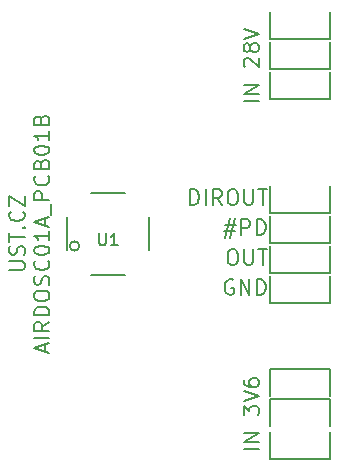
<source format=gbr>
G04 #@! TF.GenerationSoftware,KiCad,Pcbnew,(5.99.0-6591-gee6c8b60ac)*
G04 #@! TF.CreationDate,2021-02-11T11:37:18+01:00*
G04 #@! TF.ProjectId,AIRDOSC01A_PCB01B,41495244-4f53-4433-9031-415f50434230,rev?*
G04 #@! TF.SameCoordinates,Original*
G04 #@! TF.FileFunction,Legend,Top*
G04 #@! TF.FilePolarity,Positive*
%FSLAX46Y46*%
G04 Gerber Fmt 4.6, Leading zero omitted, Abs format (unit mm)*
G04 Created by KiCad (PCBNEW (5.99.0-6591-gee6c8b60ac)) date 2021-02-11 11:37:18*
%MOMM*%
%LPD*%
G01*
G04 APERTURE LIST*
%ADD10C,0.200000*%
%ADD11C,0.150000*%
G04 APERTURE END LIST*
D10*
X20220619Y21106571D02*
X21149190Y21106571D01*
X20592047Y21663714D02*
X20220619Y19992285D01*
X21025380Y20549428D02*
X20096809Y20549428D01*
X20653952Y19992285D02*
X21025380Y21663714D01*
X21582523Y20239904D02*
X21582523Y21539904D01*
X22077761Y21539904D01*
X22201571Y21478000D01*
X22263476Y21416095D01*
X22325380Y21292285D01*
X22325380Y21106571D01*
X22263476Y20982761D01*
X22201571Y20920857D01*
X22077761Y20858952D01*
X21582523Y20858952D01*
X22882523Y20239904D02*
X22882523Y21539904D01*
X23192047Y21539904D01*
X23377761Y21478000D01*
X23501571Y21354190D01*
X23563476Y21230380D01*
X23625380Y20982761D01*
X23625380Y20797047D01*
X23563476Y20549428D01*
X23501571Y20425619D01*
X23377761Y20301809D01*
X23192047Y20239904D01*
X22882523Y20239904D01*
X20715857Y18999904D02*
X20963476Y18999904D01*
X21087285Y18938000D01*
X21211095Y18814190D01*
X21273000Y18566571D01*
X21273000Y18133238D01*
X21211095Y17885619D01*
X21087285Y17761809D01*
X20963476Y17699904D01*
X20715857Y17699904D01*
X20592047Y17761809D01*
X20468238Y17885619D01*
X20406333Y18133238D01*
X20406333Y18566571D01*
X20468238Y18814190D01*
X20592047Y18938000D01*
X20715857Y18999904D01*
X21830142Y18999904D02*
X21830142Y17947523D01*
X21892047Y17823714D01*
X21953952Y17761809D01*
X22077761Y17699904D01*
X22325380Y17699904D01*
X22449190Y17761809D01*
X22511095Y17823714D01*
X22573000Y17947523D01*
X22573000Y18999904D01*
X23006333Y18999904D02*
X23749190Y18999904D01*
X23377761Y17699904D02*
X23377761Y18999904D01*
X20901571Y16398000D02*
X20777761Y16459904D01*
X20592047Y16459904D01*
X20406333Y16398000D01*
X20282523Y16274190D01*
X20220619Y16150380D01*
X20158714Y15902761D01*
X20158714Y15717047D01*
X20220619Y15469428D01*
X20282523Y15345619D01*
X20406333Y15221809D01*
X20592047Y15159904D01*
X20715857Y15159904D01*
X20901571Y15221809D01*
X20963476Y15283714D01*
X20963476Y15717047D01*
X20715857Y15717047D01*
X21520619Y15159904D02*
X21520619Y16459904D01*
X22263476Y15159904D01*
X22263476Y16459904D01*
X22882523Y15159904D02*
X22882523Y16459904D01*
X23192047Y16459904D01*
X23377761Y16398000D01*
X23501571Y16274190D01*
X23563476Y16150380D01*
X23625380Y15902761D01*
X23625380Y15717047D01*
X23563476Y15469428D01*
X23501571Y15345619D01*
X23377761Y15221809D01*
X23192047Y15159904D01*
X22882523Y15159904D01*
X23067095Y31572571D02*
X21767095Y31572571D01*
X23067095Y32191619D02*
X21767095Y32191619D01*
X23067095Y32934476D01*
X21767095Y32934476D01*
X21890904Y34482095D02*
X21829000Y34544000D01*
X21767095Y34667809D01*
X21767095Y34977333D01*
X21829000Y35101142D01*
X21890904Y35163047D01*
X22014714Y35224952D01*
X22138523Y35224952D01*
X22324238Y35163047D01*
X23067095Y34420190D01*
X23067095Y35224952D01*
X22324238Y35967809D02*
X22262333Y35844000D01*
X22200428Y35782095D01*
X22076619Y35720190D01*
X22014714Y35720190D01*
X21890904Y35782095D01*
X21829000Y35844000D01*
X21767095Y35967809D01*
X21767095Y36215428D01*
X21829000Y36339238D01*
X21890904Y36401142D01*
X22014714Y36463047D01*
X22076619Y36463047D01*
X22200428Y36401142D01*
X22262333Y36339238D01*
X22324238Y36215428D01*
X22324238Y35967809D01*
X22386142Y35844000D01*
X22448047Y35782095D01*
X22571857Y35720190D01*
X22819476Y35720190D01*
X22943285Y35782095D01*
X23005190Y35844000D01*
X23067095Y35967809D01*
X23067095Y36215428D01*
X23005190Y36339238D01*
X22943285Y36401142D01*
X22819476Y36463047D01*
X22571857Y36463047D01*
X22448047Y36401142D01*
X22386142Y36339238D01*
X22324238Y36215428D01*
X21767095Y36834476D02*
X23067095Y37267809D01*
X21767095Y37701142D01*
X23067095Y2108571D02*
X21767095Y2108571D01*
X23067095Y2727619D02*
X21767095Y2727619D01*
X23067095Y3470476D01*
X21767095Y3470476D01*
X21767095Y4956190D02*
X21767095Y5760952D01*
X22262333Y5327619D01*
X22262333Y5513333D01*
X22324238Y5637142D01*
X22386142Y5699047D01*
X22509952Y5760952D01*
X22819476Y5760952D01*
X22943285Y5699047D01*
X23005190Y5637142D01*
X23067095Y5513333D01*
X23067095Y5141904D01*
X23005190Y5018095D01*
X22943285Y4956190D01*
X21767095Y6132380D02*
X23067095Y6565714D01*
X21767095Y6999047D01*
X21767095Y7989523D02*
X21767095Y7741904D01*
X21829000Y7618095D01*
X21890904Y7556190D01*
X22076619Y7432380D01*
X22324238Y7370476D01*
X22819476Y7370476D01*
X22943285Y7432380D01*
X23005190Y7494285D01*
X23067095Y7618095D01*
X23067095Y7865714D01*
X23005190Y7989523D01*
X22943285Y8051428D01*
X22819476Y8113333D01*
X22509952Y8113333D01*
X22386142Y8051428D01*
X22324238Y7989523D01*
X22262333Y7865714D01*
X22262333Y7618095D01*
X22324238Y7494285D01*
X22386142Y7432380D01*
X22509952Y7370476D01*
X1924595Y17255714D02*
X2976976Y17255714D01*
X3100785Y17317619D01*
X3162690Y17379523D01*
X3224595Y17503333D01*
X3224595Y17750952D01*
X3162690Y17874761D01*
X3100785Y17936666D01*
X2976976Y17998571D01*
X1924595Y17998571D01*
X3162690Y18555714D02*
X3224595Y18741428D01*
X3224595Y19050952D01*
X3162690Y19174761D01*
X3100785Y19236666D01*
X2976976Y19298571D01*
X2853166Y19298571D01*
X2729357Y19236666D01*
X2667452Y19174761D01*
X2605547Y19050952D01*
X2543642Y18803333D01*
X2481738Y18679523D01*
X2419833Y18617619D01*
X2296023Y18555714D01*
X2172214Y18555714D01*
X2048404Y18617619D01*
X1986500Y18679523D01*
X1924595Y18803333D01*
X1924595Y19112857D01*
X1986500Y19298571D01*
X1924595Y19670000D02*
X1924595Y20412857D01*
X3224595Y20041428D02*
X1924595Y20041428D01*
X3100785Y20846190D02*
X3162690Y20908095D01*
X3224595Y20846190D01*
X3162690Y20784285D01*
X3100785Y20846190D01*
X3224595Y20846190D01*
X3100785Y22208095D02*
X3162690Y22146190D01*
X3224595Y21960476D01*
X3224595Y21836666D01*
X3162690Y21650952D01*
X3038880Y21527142D01*
X2915071Y21465238D01*
X2667452Y21403333D01*
X2481738Y21403333D01*
X2234119Y21465238D01*
X2110309Y21527142D01*
X1986500Y21650952D01*
X1924595Y21836666D01*
X1924595Y21960476D01*
X1986500Y22146190D01*
X2048404Y22208095D01*
X1924595Y22641428D02*
X1924595Y23508095D01*
X3224595Y22641428D01*
X3224595Y23508095D01*
X4946166Y10322380D02*
X4946166Y10941428D01*
X5317595Y10198571D02*
X4017595Y10631904D01*
X5317595Y11065238D01*
X5317595Y11498571D02*
X4017595Y11498571D01*
X5317595Y12860476D02*
X4698547Y12427142D01*
X5317595Y12117619D02*
X4017595Y12117619D01*
X4017595Y12612857D01*
X4079499Y12736666D01*
X4141404Y12798571D01*
X4265214Y12860476D01*
X4450928Y12860476D01*
X4574738Y12798571D01*
X4636642Y12736666D01*
X4698547Y12612857D01*
X4698547Y12117619D01*
X5317595Y13417619D02*
X4017595Y13417619D01*
X4017595Y13727142D01*
X4079499Y13912857D01*
X4203309Y14036666D01*
X4327119Y14098571D01*
X4574738Y14160476D01*
X4760452Y14160476D01*
X5008071Y14098571D01*
X5131880Y14036666D01*
X5255690Y13912857D01*
X5317595Y13727142D01*
X5317595Y13417619D01*
X4017595Y14965238D02*
X4017595Y15212857D01*
X4079499Y15336666D01*
X4203309Y15460476D01*
X4450928Y15522380D01*
X4884261Y15522380D01*
X5131880Y15460476D01*
X5255690Y15336666D01*
X5317595Y15212857D01*
X5317595Y14965238D01*
X5255690Y14841428D01*
X5131880Y14717619D01*
X4884261Y14655714D01*
X4450928Y14655714D01*
X4203309Y14717619D01*
X4079499Y14841428D01*
X4017595Y14965238D01*
X5255690Y16017619D02*
X5317595Y16203333D01*
X5317595Y16512857D01*
X5255690Y16636666D01*
X5193785Y16698571D01*
X5069976Y16760476D01*
X4946166Y16760476D01*
X4822357Y16698571D01*
X4760452Y16636666D01*
X4698547Y16512857D01*
X4636642Y16265238D01*
X4574738Y16141428D01*
X4512833Y16079523D01*
X4389023Y16017619D01*
X4265214Y16017619D01*
X4141404Y16079523D01*
X4079500Y16141428D01*
X4017595Y16265238D01*
X4017595Y16574761D01*
X4079500Y16760476D01*
X5193785Y18060476D02*
X5255690Y17998571D01*
X5317595Y17812857D01*
X5317595Y17689047D01*
X5255690Y17503333D01*
X5131880Y17379523D01*
X5008071Y17317619D01*
X4760452Y17255714D01*
X4574738Y17255714D01*
X4327119Y17317619D01*
X4203309Y17379523D01*
X4079500Y17503333D01*
X4017595Y17689047D01*
X4017595Y17812857D01*
X4079500Y17998571D01*
X4141404Y18060476D01*
X4017595Y18865238D02*
X4017595Y18989047D01*
X4079500Y19112857D01*
X4141404Y19174761D01*
X4265214Y19236666D01*
X4512833Y19298571D01*
X4822357Y19298571D01*
X5069976Y19236666D01*
X5193785Y19174761D01*
X5255690Y19112857D01*
X5317595Y18989047D01*
X5317595Y18865238D01*
X5255690Y18741428D01*
X5193785Y18679523D01*
X5069976Y18617619D01*
X4822357Y18555714D01*
X4512833Y18555714D01*
X4265214Y18617619D01*
X4141404Y18679523D01*
X4079500Y18741428D01*
X4017595Y18865238D01*
X5317595Y20536666D02*
X5317595Y19793809D01*
X5317595Y20165238D02*
X4017595Y20165238D01*
X4203309Y20041428D01*
X4327119Y19917619D01*
X4389023Y19793809D01*
X4946166Y21031904D02*
X4946166Y21650952D01*
X5317595Y20908095D02*
X4017595Y21341428D01*
X5317595Y21774761D01*
X5441404Y21898571D02*
X5441404Y22889047D01*
X5317595Y23198571D02*
X4017595Y23198571D01*
X4017595Y23693809D01*
X4079500Y23817619D01*
X4141404Y23879523D01*
X4265214Y23941428D01*
X4450928Y23941428D01*
X4574738Y23879523D01*
X4636642Y23817619D01*
X4698547Y23693809D01*
X4698547Y23198571D01*
X5193785Y25241428D02*
X5255690Y25179523D01*
X5317595Y24993809D01*
X5317595Y24870000D01*
X5255690Y24684285D01*
X5131880Y24560476D01*
X5008071Y24498571D01*
X4760452Y24436666D01*
X4574738Y24436666D01*
X4327119Y24498571D01*
X4203309Y24560476D01*
X4079500Y24684285D01*
X4017595Y24870000D01*
X4017595Y24993809D01*
X4079500Y25179523D01*
X4141404Y25241428D01*
X4636642Y26231904D02*
X4698547Y26417619D01*
X4760452Y26479523D01*
X4884261Y26541428D01*
X5069976Y26541428D01*
X5193785Y26479523D01*
X5255690Y26417619D01*
X5317595Y26293809D01*
X5317595Y25798571D01*
X4017595Y25798571D01*
X4017595Y26231904D01*
X4079500Y26355714D01*
X4141404Y26417619D01*
X4265214Y26479523D01*
X4389023Y26479523D01*
X4512833Y26417619D01*
X4574738Y26355714D01*
X4636642Y26231904D01*
X4636642Y25798571D01*
X4017595Y27346190D02*
X4017595Y27470000D01*
X4079500Y27593809D01*
X4141404Y27655714D01*
X4265214Y27717619D01*
X4512833Y27779523D01*
X4822357Y27779523D01*
X5069976Y27717619D01*
X5193785Y27655714D01*
X5255690Y27593809D01*
X5317595Y27470000D01*
X5317595Y27346190D01*
X5255690Y27222380D01*
X5193785Y27160476D01*
X5069976Y27098571D01*
X4822357Y27036666D01*
X4512833Y27036666D01*
X4265214Y27098571D01*
X4141404Y27160476D01*
X4079500Y27222380D01*
X4017595Y27346190D01*
X5317595Y29017619D02*
X5317595Y28274761D01*
X5317595Y28646190D02*
X4017595Y28646190D01*
X4203309Y28522380D01*
X4327119Y28398571D01*
X4389023Y28274761D01*
X4636642Y30008095D02*
X4698547Y30193809D01*
X4760452Y30255714D01*
X4884261Y30317619D01*
X5069976Y30317619D01*
X5193785Y30255714D01*
X5255690Y30193809D01*
X5317595Y30070000D01*
X5317595Y29574761D01*
X4017595Y29574761D01*
X4017595Y30008095D01*
X4079500Y30131904D01*
X4141404Y30193809D01*
X4265214Y30255714D01*
X4389023Y30255714D01*
X4512833Y30193809D01*
X4574738Y30131904D01*
X4636642Y30008095D01*
X4636642Y29574761D01*
X17249190Y22779904D02*
X17249190Y24079904D01*
X17558714Y24079904D01*
X17744428Y24018000D01*
X17868238Y23894190D01*
X17930142Y23770380D01*
X17992047Y23522761D01*
X17992047Y23337047D01*
X17930142Y23089428D01*
X17868238Y22965619D01*
X17744428Y22841809D01*
X17558714Y22779904D01*
X17249190Y22779904D01*
X18549190Y22779904D02*
X18549190Y24079904D01*
X19911095Y22779904D02*
X19477761Y23398952D01*
X19168238Y22779904D02*
X19168238Y24079904D01*
X19663476Y24079904D01*
X19787285Y24018000D01*
X19849190Y23956095D01*
X19911095Y23832285D01*
X19911095Y23646571D01*
X19849190Y23522761D01*
X19787285Y23460857D01*
X19663476Y23398952D01*
X19168238Y23398952D01*
X20715857Y24079904D02*
X20963476Y24079904D01*
X21087285Y24018000D01*
X21211095Y23894190D01*
X21273000Y23646571D01*
X21273000Y23213238D01*
X21211095Y22965619D01*
X21087285Y22841809D01*
X20963476Y22779904D01*
X20715857Y22779904D01*
X20592047Y22841809D01*
X20468238Y22965619D01*
X20406333Y23213238D01*
X20406333Y23646571D01*
X20468238Y23894190D01*
X20592047Y24018000D01*
X20715857Y24079904D01*
X21830142Y24079904D02*
X21830142Y23027523D01*
X21892047Y22903714D01*
X21953952Y22841809D01*
X22077761Y22779904D01*
X22325380Y22779904D01*
X22449190Y22841809D01*
X22511095Y22903714D01*
X22573000Y23027523D01*
X22573000Y24079904D01*
X23006333Y24079904D02*
X23749190Y24079904D01*
X23377761Y22779904D02*
X23377761Y24079904D01*
D11*
X9525095Y20367619D02*
X9525095Y19558095D01*
X9572714Y19462857D01*
X9620333Y19415238D01*
X9715571Y19367619D01*
X9906047Y19367619D01*
X10001285Y19415238D01*
X10048904Y19462857D01*
X10096523Y19558095D01*
X10096523Y20367619D01*
X11096523Y19367619D02*
X10525095Y19367619D01*
X10810809Y19367619D02*
X10810809Y20367619D01*
X10715571Y20224761D01*
X10620333Y20129523D01*
X10525095Y20081904D01*
X7856509Y19291300D02*
G75*
G03*
X7856509Y19291300I-401609J0D01*
G01*
X13787000Y21720000D02*
X13787000Y18920000D01*
X6787000Y18920000D02*
X6787000Y21720000D01*
X11687000Y16820000D02*
X8887000Y16820000D01*
X8887000Y23820000D02*
X11687000Y23820000D01*
X24003000Y19558000D02*
X24003000Y21844000D01*
X29083000Y19558000D02*
X24003000Y19558000D01*
X29083000Y21844000D02*
X29083000Y19558000D01*
X24003000Y17018000D02*
X24003000Y19304000D01*
X29083000Y17018000D02*
X24003000Y17018000D01*
X29083000Y19304000D02*
X29083000Y17018000D01*
X24003000Y1270000D02*
X24003000Y3556000D01*
X29083000Y1270000D02*
X24003000Y1270000D01*
X29083000Y3556000D02*
X29083000Y1270000D01*
X24003000Y14478000D02*
X24003000Y16764000D01*
X29083000Y14478000D02*
X24003000Y14478000D01*
X29083000Y16764000D02*
X29083000Y14478000D01*
X24003000Y31750000D02*
X24003000Y34036000D01*
X29083000Y31750000D02*
X24003000Y31750000D01*
X29083000Y34036000D02*
X29083000Y31750000D01*
X24003000Y34290000D02*
X24003000Y36576000D01*
X29083000Y34290000D02*
X24003000Y34290000D01*
X29083000Y36576000D02*
X29083000Y34290000D01*
X24003000Y36830000D02*
X24003000Y39116000D01*
X29083000Y36830000D02*
X24003000Y36830000D01*
X29083000Y39116000D02*
X29083000Y36830000D01*
X29083000Y6350000D02*
X29083000Y4064000D01*
X24003000Y6350000D02*
X29083000Y6350000D01*
X24003000Y4064000D02*
X24003000Y6350000D01*
X29083000Y8890000D02*
X29083000Y6604000D01*
X24003000Y8890000D02*
X29083000Y8890000D01*
X24003000Y6604000D02*
X24003000Y8890000D01*
X24003000Y22098000D02*
X24003000Y24384000D01*
X29083000Y22098000D02*
X24003000Y22098000D01*
X29083000Y24384000D02*
X29083000Y22098000D01*
M02*

</source>
